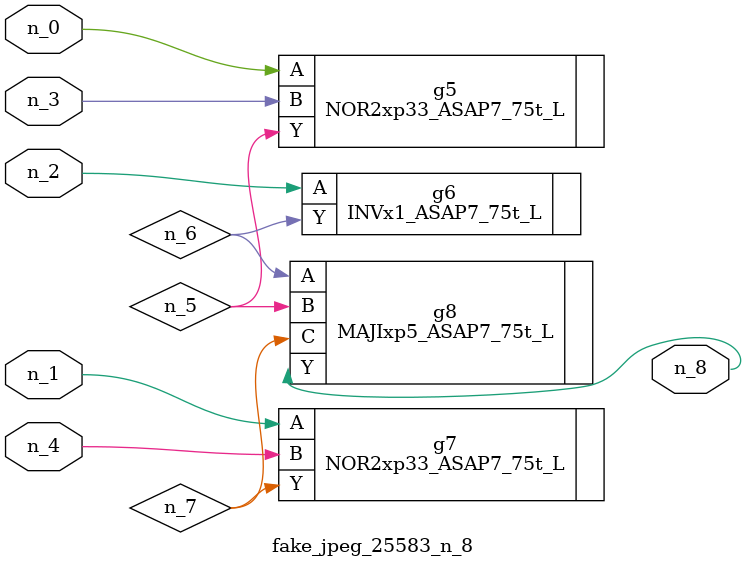
<source format=v>
module fake_jpeg_25583_n_8 (n_3, n_2, n_1, n_0, n_4, n_8);

input n_3;
input n_2;
input n_1;
input n_0;
input n_4;

output n_8;

wire n_6;
wire n_5;
wire n_7;

NOR2xp33_ASAP7_75t_L g5 ( 
.A(n_0),
.B(n_3),
.Y(n_5)
);

INVx1_ASAP7_75t_L g6 ( 
.A(n_2),
.Y(n_6)
);

NOR2xp33_ASAP7_75t_L g7 ( 
.A(n_1),
.B(n_4),
.Y(n_7)
);

MAJIxp5_ASAP7_75t_L g8 ( 
.A(n_6),
.B(n_5),
.C(n_7),
.Y(n_8)
);


endmodule
</source>
